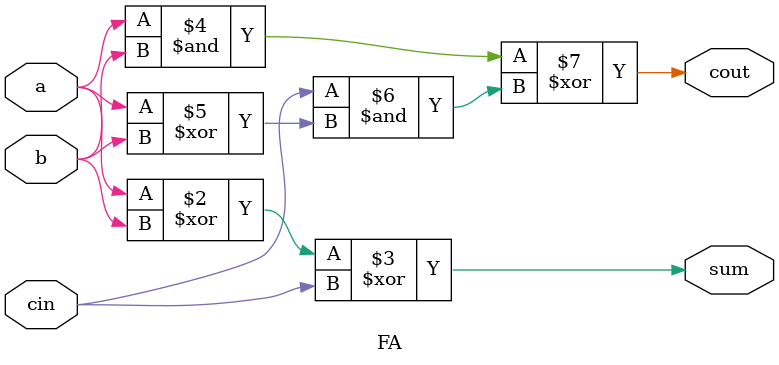
<source format=sv>
/*------------------------------ FULL ADDER*/

module FA(a,b,cin,sum,cout);

	/*------------------------------ PORT*/
	input logic a,b,cin;
	output logic sum,cout;

	/*------------------------------ ALWAYS*/
	always_comb begin
   		sum  = a ^ b ^ cin;
		cout = (a & b) ^ (cin & (a ^ b)); 
	end
  
endmodule : FA


</source>
